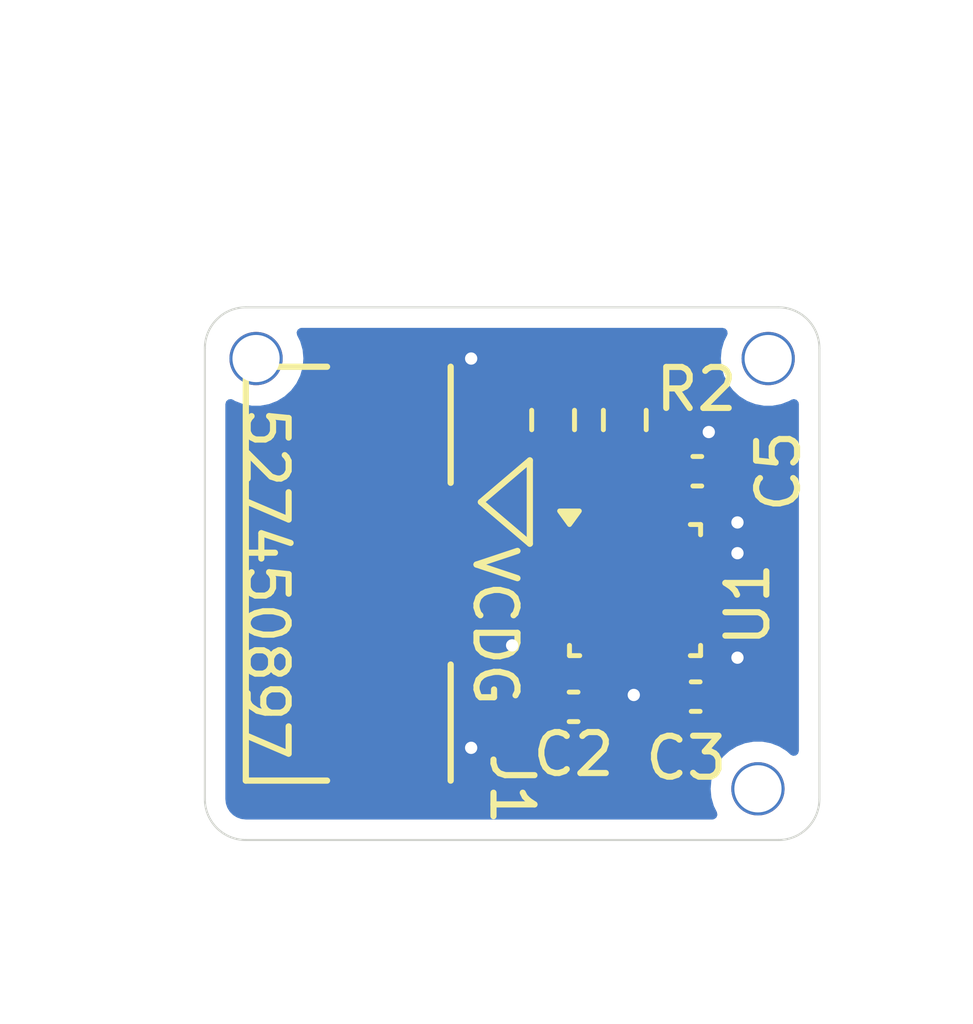
<source format=kicad_pcb>
(kicad_pcb (version 20240108) (generator "pcbnew") (generator_version "8.0")
  (layers (0 "F.Cu" jumper) (31 "B.Cu" power) (34 "B.Paste" user) (35 "F.Paste" user) (36 "B.SilkS" user "B.Silkscreen") (37 "F.SilkS" user "F.Silkscreen") (38 "B.Mask" user) (39 "F.Mask" user) (44 "Edge.Cuts" user))
  (net 0 "")
  (net 1 "+1V8")
  (net 2 "GND")
  (net 4 "Net-(U1-REGOUT)")
  (net 19 "Net-(U1-SCL{slash}SCLK)")
  (net 20 "Net-(U1-SDA{slash}SDI)")
  (footprint "external_footprints:tooling_hole" (layer "F.Cu") (at 102.25 90.25)
    (property "Reference" "REF**" (hide yes))
    (property "Value" "tooling_hole")
    (pad "" np_thru_hole circle (at 0 0) (size 1.3 1.3) (drill 1.152) (layers "F&B.Cu" "*.Mask"))
  )
  (footprint "external_footprints:CON_527450897_MOL" (layer "F.Cu") (at 104.5 95.5 -90)
    (property "Reference" "J1" (at 5.25 -4 -90) (layer "F.SilkS"))
    (property "Value" "527450897")
    (fp_poly (pts (xy -4.3 -2) (xy -5.4 -2) (xy -5.4 0.2) (xy -4.3 0.2)) (fill solid) (layer "F.Cu"))
    (fp_poly (pts (xy 4.3 -2) (xy 5.4 -2) (xy 5.4 0.2) (xy 4.3 0.2)) (fill solid) (layer "F.Cu"))
    (fp_line (start -5.04999 2.5) (end 5.04999 2.5) (stroke (width 0.1524)) (layer "F.SilkS"))
    (fp_line (start 5.04999 2.5) (end 5.04999 0.5175) (stroke (width 0.1524)) (layer "F.SilkS"))
    (fp_line (start -5.04999 0.5175) (end -5.04999 2.5) (stroke (width 0.1524)) (layer "F.SilkS"))
    (fp_line (start -2.217496 -2.5) (end -5.04999 -2.5) (stroke (width 0.1524)) (layer "F.SilkS"))
    (fp_line (start 5.04999 -2.5) (end 2.217504 -2.5) (stroke (width 0.1524)) (layer "F.SilkS"))
    (fp_line (start -2.76399 -4.432) (end -1.74799 -3.2382) (stroke (width 0.1524)) (layer "F.SilkS"))
    (fp_line (start -2.76399 -4.432) (end -0.73199 -4.432) (stroke (width 0.1524)) (layer "F.SilkS"))
    (fp_line (start -0.73199 -4.432) (end -1.74799 -3.2382) (stroke (width 0.1524)) (layer "F.SilkS"))
    (fp_text user "527450897" (at 0.25 2 -90) (layer "F.SilkS"))
    (pad "1" smd rect (at -1.749996 -2.4 270) (size 0.3 0.8) (layers "F.Cu" "F.Paste" "F.Mask") (net 1 "+1V8"))
    (pad "2" smd rect (at -1.249997 -2.4 270) (size 0.3 0.8) (layers "F.Cu" "F.Paste" "F.Mask") (net 1 "+1V8"))
    (pad "3" smd rect (at -0.749996 -2.4 270) (size 0.3 0.8) (layers "F.Cu" "F.Paste" "F.Mask") (net 19 "Net-(U1-SCL{slash}SCLK)"))
    (pad "4" smd rect (at -0.249997 -2.4 270) (size 0.3 0.8) (layers "F.Cu" "F.Paste" "F.Mask") (net 19 "Net-(U1-SCL{slash}SCLK)"))
    (pad "5" smd rect (at 0.250005 -2.4 270) (size 0.3 0.8) (layers "F.Cu" "F.Paste" "F.Mask") (net 20 "Net-(U1-SDA{slash}SDI)"))
    (pad "6" smd rect (at 0.750004 -2.4 270) (size 0.3 0.8) (layers "F.Cu" "F.Paste" "F.Mask") (net 20 "Net-(U1-SDA{slash}SDI)"))
    (pad "7" smd rect (at 1.250003 -2.4 270) (size 0.3 0.8) (layers "F.Cu" "F.Paste" "F.Mask") (net 2 "GND"))
    (pad "8" smd rect (at 1.750004 -2.4 270) (size 0.3 0.8) (layers "F.Cu" "F.Paste" "F.Mask") (net 2 "GND"))
    (pad "P1" smd rect (at -3.649997 -0.475 270) (size 1.3 3.049999) (layers "F.Cu" "F.Paste" "F.Mask") (net 2 "GND"))
    (pad "P2" smd rect (at 3.649997 -0.475 270) (size 1.3 3.049999) (layers "F.Cu" "F.Paste" "F.Mask") (net 2 "GND"))
  )
  (footprint "external_footprints:tooling_hole" (layer "F.Cu") (at 114.75 90.25)
    (property "Reference" "REF**" (hide yes))
    (property "Value" "tooling_hole")
    (pad "" np_thru_hole circle (at 0 0) (size 1.3 1.3) (drill 1.152) (layers "F&B.Cu" "*.Mask"))
  )
  (footprint "external_footprints:tooling_hole" (layer "F.Cu") (at 114.5 100.75)
    (property "Reference" "REF**" (hide yes))
    (property "Value" "tooling_hole")
    (pad "" np_thru_hole circle (at 0 0) (size 1.3 1.3) (drill 1.152) (layers "F&B.Cu" "*.Mask"))
  )
  (footprint "Capacitor_SMD:C_0402_1005Metric" (layer "F.Cu") (at 110 98.75 180)
    (property "Reference" "C2" (at 0 -1.16 0) (layer "F.SilkS"))
    (property "Value" "0.1u")
    (fp_line (start -0.107836 0.36) (end 0.107836 0.36) (stroke (width 0.12)) (layer "F.SilkS"))
    (fp_line (start -0.107836 -0.36) (end 0.107836 -0.36) (stroke (width 0.12)) (layer "F.SilkS"))
    (pad "1" smd roundrect (at -0.48 0 180) (size 0.56 0.62) (layers "F.Cu" "F.Paste" "F.Mask") (net 2 "GND"))
    (pad "2" smd roundrect (at 0.48 0 180) (size 0.56 0.62) (layers "F.Cu" "F.Paste" "F.Mask") (net 1 "+1V8"))
  )
  (footprint "Capacitor_SMD:C_0402_1005Metric" (layer "F.Cu") (at 113.02 93 180)
    (property "Reference" "C5" (at -1.98 0 -90) (layer "F.SilkS"))
    (property "Value" "0.1u")
    (fp_line (start -0.107836 0.36) (end 0.107836 0.36) (stroke (width 0.12)) (layer "F.SilkS"))
    (fp_line (start -0.107836 -0.36) (end 0.107836 -0.36) (stroke (width 0.12)) (layer "F.SilkS"))
    (pad "1" smd roundrect (at -0.48 0 180) (size 0.56 0.62) (layers "F.Cu" "F.Paste" "F.Mask") (net 2 "GND"))
    (pad "2" smd roundrect (at 0.48 0 180) (size 0.56 0.62) (layers "F.Cu" "F.Paste" "F.Mask") (net 1 "+1V8"))
  )
  (footprint "Capacitor_SMD:C_0402_1005Metric" (layer "F.Cu") (at 112.98 98.5 180)
    (property "Reference" "C3" (at 0.23 -1.5 0) (layer "F.SilkS"))
    (property "Value" "0.1u")
    (fp_line (start -0.107836 0.36) (end 0.107836 0.36) (stroke (width 0.12)) (layer "F.SilkS"))
    (fp_line (start -0.107836 -0.36) (end 0.107836 -0.36) (stroke (width 0.12)) (layer "F.SilkS"))
    (pad "1" smd roundrect (at -0.48 0 180) (size 0.56 0.62) (layers "F.Cu" "F.Paste" "F.Mask") (net 2 "GND"))
    (pad "2" smd roundrect (at 0.48 0 180) (size 0.56 0.62) (layers "F.Cu" "F.Paste" "F.Mask") (net 4 "Net-(U1-REGOUT)"))
  )
  (footprint "Resistor_SMD:R_0603_1608Metric" (layer "F.Cu") (at 111.25 91.75 90)
    (property "Reference" "R2" (at 0.75 1.75 0) (layer "F.SilkS"))
    (property "Value" "4.7k")
    (fp_line (start -0.237258 -0.5225) (end 0.237258 -0.5225) (stroke (width 0.12)) (layer "F.SilkS"))
    (fp_line (start -0.237258 0.5225) (end 0.237258 0.5225) (stroke (width 0.12)) (layer "F.SilkS"))
    (pad "1" smd roundrect (at -0.825 0 90) (size 0.8 0.95) (layers "F.Cu" "F.Paste" "F.Mask") (net 19 "Net-(U1-SCL{slash}SCLK)"))
    (pad "2" smd roundrect (at 0.825 0 90) (size 0.8 0.95) (layers "F.Cu" "F.Paste" "F.Mask") (net 1 "+1V8"))
  )
  (footprint "Resistor_SMD:R_0603_1608Metric" (layer "F.Cu") (at 109.5 91.75 90)
    (property "Reference" "R1" (hide yes))
    (property "Value" "4.7k")
    (fp_line (start -0.237258 -0.5225) (end 0.237258 -0.5225) (stroke (width 0.12)) (layer "F.SilkS"))
    (fp_line (start -0.237258 0.5225) (end 0.237258 0.5225) (stroke (width 0.12)) (layer "F.SilkS"))
    (pad "1" smd roundrect (at -0.825 0 90) (size 0.8 0.95) (layers "F.Cu" "F.Paste" "F.Mask") (net 20 "Net-(U1-SDA{slash}SDI)"))
    (pad "2" smd roundrect (at 0.825 0 90) (size 0.8 0.95) (layers "F.Cu" "F.Paste" "F.Mask") (net 1 "+1V8"))
  )
  (footprint "Sensor_Motion:InvenSense_QFN-24_3x3mm_P0.4mm" (layer "F.Cu") (at 111.5 95.9)
    (property "Reference" "U1" (at 2.75 0.35 -90) (layer "F.SilkS"))
    (property "Value" "ICM-20948")
    (fp_line (start -1.6 1.6) (end -1.6 1.35) (stroke (width 0.12)) (layer "F.SilkS"))
    (fp_line (start -1.6 1.6) (end -1.35 1.6) (stroke (width 0.12)) (layer "F.SilkS"))
    (fp_line (start 1.6 -1.6) (end 1.35 -1.6) (stroke (width 0.12)) (layer "F.SilkS"))
    (fp_line (start 1.6 -1.6) (end 1.6 -1.35) (stroke (width 0.12)) (layer "F.SilkS"))
    (fp_line (start 1.6 1.6) (end 1.35 1.6) (stroke (width 0.12)) (layer "F.SilkS"))
    (fp_line (start 1.6 1.6) (end 1.6 1.35) (stroke (width 0.12)) (layer "F.SilkS"))
    (fp_poly (pts (xy -1.6 -1.6) (xy -1.84 -1.93) (xy -1.36 -1.93) (xy -1.6 -1.6)) (stroke (width 0.12)) (fill solid) (layer "F.SilkS"))
    (pad "1" smd roundrect (at -1.5 -1) (size 0.55 0.2) (layers "F.Cu" "F.Paste" "F.Mask"))
    (pad "2" smd roundrect (at -1.5 -0.6) (size 0.55 0.2) (layers "F.Cu" "F.Paste" "F.Mask"))
    (pad "3" smd roundrect (at -1.5 -0.2) (size 0.55 0.2) (layers "F.Cu" "F.Paste" "F.Mask"))
    (pad "4" smd roundrect (at -1.5 0.2) (size 0.55 0.2) (layers "F.Cu" "F.Paste" "F.Mask"))
    (pad "5" smd roundrect (at -1.5 0.6) (size 0.55 0.2) (layers "F.Cu" "F.Paste" "F.Mask"))
    (pad "6" smd roundrect (at -1.5 1) (size 0.55 0.2) (layers "F.Cu" "F.Paste" "F.Mask"))
    (pad "7" smd roundrect (at -1 1.5 90) (size 0.55 0.2) (layers "F.Cu" "F.Paste" "F.Mask"))
    (pad "8" smd roundrect (at -0.6 1.5 90) (size 0.55 0.2) (layers "F.Cu" "F.Paste" "F.Mask") (net 1 "+1V8"))
    (pad "9" smd roundrect (at -0.2 1.5 90) (size 0.55 0.2) (layers "F.Cu" "F.Paste" "F.Mask") (net 2 "GND"))
    (pad "10" smd roundrect (at 0.2 1.5 90) (size 0.55 0.2) (layers "F.Cu" "F.Paste" "F.Mask") (net 4 "Net-(U1-REGOUT)"))
    (pad "11" smd roundrect (at 0.6 1.5 90) (size 0.55 0.2) (layers "F.Cu" "F.Paste" "F.Mask"))
    (pad "12" smd roundrect (at 1 1.5 90) (size 0.55 0.2) (layers "F.Cu" "F.Paste" "F.Mask"))
    (pad "13" smd roundrect (at 1.5 1) (size 0.55 0.2) (layers "F.Cu" "F.Paste" "F.Mask") (net 1 "+1V8"))
    (pad "14" smd roundrect (at 1.5 0.6) (size 0.55 0.2) (layers "F.Cu" "F.Paste" "F.Mask"))
    (pad "15" smd roundrect (at 1.5 0.2) (size 0.55 0.2) (layers "F.Cu" "F.Paste" "F.Mask"))
    (pad "16" smd roundrect (at 1.5 -0.2) (size 0.55 0.2) (layers "F.Cu" "F.Paste" "F.Mask"))
    (pad "17" smd roundrect (at 1.5 -0.6) (size 0.55 0.2) (layers "F.Cu" "F.Paste" "F.Mask"))
    (pad "18" smd roundrect (at 1.5 -1) (size 0.55 0.2) (layers "F.Cu" "F.Paste" "F.Mask") (net 2 "GND"))
    (pad "19" smd roundrect (at 1 -1.5 90) (size 0.55 0.2) (layers "F.Cu" "F.Paste" "F.Mask"))
    (pad "20" smd roundrect (at 0.6 -1.5 90) (size 0.55 0.2) (layers "F.Cu" "F.Paste" "F.Mask") (net 2 "GND"))
    (pad "21" smd roundrect (at 0.2 -1.5 90) (size 0.55 0.2) (layers "F.Cu" "F.Paste" "F.Mask"))
    (pad "22" smd roundrect (at -0.2 -1.5 90) (size 0.55 0.2) (layers "F.Cu" "F.Paste" "F.Mask") (net 1 "+1V8"))
    (pad "23" smd roundrect (at -0.6 -1.5 90) (size 0.55 0.2) (layers "F.Cu" "F.Paste" "F.Mask") (net 19 "Net-(U1-SCL{slash}SCLK)"))
    (pad "24" smd roundrect (at -1 -1.5 90) (size 0.55 0.2) (layers "F.Cu" "F.Paste" "F.Mask") (net 20 "Net-(U1-SDA{slash}SDI)"))
  )
  (gr_arc (start 101 90) (mid 101.292893 89.292893) (end 102 89) (stroke (width 0.05)) (layer "Edge.Cuts"))
  (gr_line (start 116 101) (end 116 90) (stroke (width 0.05)) (layer "Edge.Cuts"))
  (gr_line (start 102 102) (end 115 102) (stroke (width 0.05)) (layer "Edge.Cuts"))
  (gr_line (start 101 90) (end 101 101) (stroke (width 0.05)) (layer "Edge.Cuts"))
  (gr_arc (start 102 102) (mid 101.292893 101.707107) (end 101 101) (stroke (width 0.05)) (layer "Edge.Cuts"))
  (gr_arc (start 116 101) (mid 115.707107 101.707107) (end 115 102) (stroke (width 0.05)) (layer "Edge.Cuts"))
  (gr_line (start 115 89) (end 102 89) (stroke (width 0.05)) (layer "Edge.Cuts"))
  (gr_arc (start 115 89) (mid 115.707107 89.292893) (end 116 90) (stroke (width 0.05)) (layer "Edge.Cuts"))
  (gr_text "VCDG" (at 107.5 94.75 -90) (layer "F.SilkS") (effects (font (size 1 1)) (justify left bottom)))
  (segment (start 111.5 90.925) (end 112.5 91.925) (width 0.5) (layer "F.Cu") (net 1))
  (segment (start 106.9 93.750004) (end 106.9 92.85) (width 0.5) (layer "F.Cu") (net 1))
  (segment (start 109.52 98.5) (end 109.52 98.688266) (width 0.5) (layer "F.Cu") (net 1))
  (segment (start 106.9 93.750004) (end 106.249996 93.750004) (width 0.5) (layer "F.Cu") (net 1))
  (segment (start 111.975 93.275) (end 111.987648 93.275) (width 0.2) (layer "F.Cu") (net 1))
  (segment (start 111.3 94.4) (end 111.3 93.95) (width 0.2) (layer "F.Cu") (net 1))
  (segment (start 111.3 93.95) (end 111.975 93.275) (width 0.2) (layer "F.Cu") (net 1))
  (segment (start 105.751476 97.850004) (end 106.510051 97.850004) (width 0.5) (layer "F.Cu") (net 1))
  (segment (start 106.9 93.750004) (end 106.9 94.150004) (width 0.5) (layer "F.Cu") (net 1))
  (segment (start 105.25 94.75) (end 105.25 97.348528) (width 0.5) (layer "F.Cu") (net 1))
  (segment (start 109.36 98.14) (end 109.26 98.24) (width 0.2) (layer "F.Cu") (net 1))
  (segment (start 108.825 90.925) (end 109.5 90.925) (width 0.5) (layer "F.Cu") (net 1))
  (segment (start 106.9 92.85) (end 108.825 90.925) (width 0.5) (layer "F.Cu") (net 1))
  (segment (start 106.249996 93.750004) (end 105.25 94.75) (width 0.5) (layer "F.Cu") (net 1))
  (segment (start 110.13 99.36) (end 109.52 98.75) (width 0.2) (layer "F.Cu") (net 1))
  (segment (start 114.65 98.298067) (end 113.838067 99.11) (width 0.2) (layer "F.Cu") (net 1))
  (segment (start 111.987648 93.275) (end 112.5 92.762648) (width 0.2) (layer "F.Cu") (net 1))
  (segment (start 112.5 92.762648) (end 112.5 92.75) (width 0.2) (layer "F.Cu") (net 1))
  (segment (start 113.838067 99.11) (end 111.25 99.11) (width 0.2) (layer "F.Cu") (net 1))
  (segment (start 112.5 91.925) (end 112.5 92.75) (width 0.5) (layer "F.Cu") (net 1))
  (segment (start 113 96.9) (end 114.269239 96.9) (width 0.2) (layer "F.Cu") (net 1))
  (segment (start 110.9 97.77136) (end 110.53136 98.14) (width 0.2) (layer "F.Cu") (net 1))
  (segment (start 110.9 97.4) (end 110.9 97.77136) (width 0.2) (layer "F.Cu") (net 1))
  (segment (start 111 99.36) (end 110.13 99.36) (width 0.2) (layer "F.Cu") (net 1))
  (segment (start 105.25 97.348528) (end 105.751476 97.850004) (width 0.5) (layer "F.Cu") (net 1))
  (segment (start 106.510051 97.850004) (end 106.900047 98.24) (width 0.5) (layer "F.Cu") (net 1))
  (segment (start 111.25 99.11) (end 111 99.36) (width 0.2) (layer "F.Cu") (net 1))
  (segment (start 110.53136 98.14) (end 109.36 98.14) (width 0.2) (layer "F.Cu") (net 1))
  (segment (start 109.26 98.24) (end 109.52 98.5) (width 0.5) (layer "F.Cu") (net 1))
  (segment (start 114.269239 96.9) (end 114.65 97.280761) (width 0.2) (layer "F.Cu") (net 1))
  (segment (start 106.900047 98.24) (end 109.26 98.24) (width 0.5) (layer "F.Cu") (net 1))
  (segment (start 114.65 97.280761) (end 114.65 98.298067) (width 0.2) (layer "F.Cu") (net 1))
  (segment (start 109.5 90.925) (end 111.5 90.925) (width 0.5) (layer "F.Cu") (net 1))
  (segment (start 107.5 90.836396) (end 107.5 90.25) (width 0.5) (layer "F.Cu") (net 2))
  (segment (start 113.46 98.5) (end 113.46 98.09) (width 0.5) (layer "F.Cu") (net 2))
  (segment (start 112.1 94.4) (end 112.1 94.02864) (width 0.2) (layer "F.Cu") (net 2))
  (segment (start 113.9 94.9) (end 114 95) (width 0.2) (layer "F.Cu") (net 2))
  (segment (start 113.25 94.25) (end 114 94.25) (width 0.2) (layer "F.Cu") (net 2))
  (segment (start 111.429402 98.5) (end 111.469402 98.46) (width 0.5) (layer "F.Cu") (net 2))
  (segment (start 113.5 93) (end 113.5 92.243672) (width 0.5) (layer "F.Cu") (net 2))
  (segment (start 111.049999 98.46) (end 111.469402 98.46) (width 0.2) (layer "F.Cu") (net 2))
  (segment (start 111.3 98.290598) (end 111.469402 98.46) (width 0.2) (layer "F.Cu") (net 2))
  (segment (start 112.37864 93.75) (end 112.75 93.75) (width 0.2) (layer "F.Cu") (net 2))
  (segment (start 104.975 91.850003) (end 106.486393 91.850003) (width 0.5) (layer "F.Cu") (net 2))
  (segment (start 111.3 97.4) (end 111.3 98.290598) (width 0.2) (layer "F.Cu") (net 2))
  (segment (start 104.975 99.149997) (end 106.899997 99.149997) (width 0.5) (layer "F.Cu") (net 2))
  (segment (start 108.5 97.25) (end 108.100004 96.850004) (width 0.5) (layer "F.Cu") (net 2))
  (segment (start 113.46 98.09) (end 114 97.55) (width 0.5) (layer "F.Cu") (net 2))
  (segment (start 110.48 98.75) (end 110.759999 98.75) (width 0.2) (layer "F.Cu") (net 2))
  (segment (start 113.5 92.243672) (end 113.3 92.043672) (width 0.5) (layer "F.Cu") (net 2))
  (segment (start 110.759999 98.75) (end 111.049999 98.46) (width 0.2) (layer "F.Cu") (net 2))
  (segment (start 107.35 97.250004) (end 107.75 96.850004) (width 0.3) (layer "F.Cu") (net 2))
  (segment (start 106.486393 91.850003) (end 107.5 90.836396) (width 0.5) (layer "F.Cu") (net 2))
  (segment (start 112.1 94.02864) (end 112.37864 93.75) (width 0.2) (layer "F.Cu") (net 2))
  (segment (start 113 94.9) (end 113.9 94.9) (width 0.2) (layer "F.Cu") (net 2))
  (segment (start 106.9 97.250004) (end 106.9 96.750003) (width 0.3) (layer "F.Cu") (net 2))
  (segment (start 106.9 97.250004) (end 107.35 97.250004) (width 0.3) (layer "F.Cu") (net 2))
  (segment (start 112.75 93.75) (end 113.25 94.25) (width 0.2) (layer "F.Cu") (net 2))
  (segment (start 107.75 96.850004) (end 106.9 96.850004) (width 0.5) (layer "F.Cu") (net 2))
  (segment (start 106.899997 99.149997) (end 107.5 99.75) (width 0.5) (layer "F.Cu") (net 2))
  (segment (start 108.100004 96.850004) (end 107.75 96.850004) (width 0.5) (layer "F.Cu") (net 2))
  (via (at 108.5 97.25) (size 0.7) (drill 0.3) (layers "F.Cu" "B.Cu") (net 2))
  (via (at 111.469402 98.46) (size 0.7) (drill 0.3) (layers "F.Cu" "B.Cu") (net 2))
  (via (at 107.5 99.75) (size 0.7) (drill 0.3) (layers "F.Cu" "B.Cu") (net 2))
  (via (at 114 95) (size 0.7) (drill 0.3) (layers "F.Cu" "B.Cu") (net 2))
  (via (at 113.3 92.043672) (size 0.7) (drill 0.3) (layers "F.Cu" "B.Cu") (net 2))
  (via (at 107.5 90.25) (size 0.7) (drill 0.3) (layers "F.Cu" "B.Cu") (net 2))
  (via (at 114 94.25) (size 0.7) (drill 0.3) (layers "F.Cu" "B.Cu") (net 2))
  (via (at 114 97.55) (size 0.7) (drill 0.3) (layers "F.Cu" "B.Cu") (net 2))
  (segment (start 111.7 97.4) (end 111.7 97.77136) (width 0.2) (layer "F.Cu") (net 4))
  (segment (start 112.42864 98.5) (end 112.5 98.5) (width 0.2) (layer "F.Cu") (net 4))
  (segment (start 111.7 97.77136) (end 112.42864 98.5) (width 0.2) (layer "F.Cu") (net 4))
  (segment (start 108 92.75) (end 109 91.75) (width 0.3) (layer "F.Cu") (net 19))
  (segment (start 107.400003 95) (end 108 94.400003) (width 0.3) (layer "F.Cu") (net 19))
  (segment (start 110.9 94.4) (end 110.9 93.175) (width 0.2) (layer "F.Cu") (net 19))
  (segment (start 106.9 95) (end 107.400003 95) (width 0.3) (layer "F.Cu") (net 19))
  (segment (start 110.675 91.75) (end 111.5 92.575) (width 0.3) (layer "F.Cu") (net 19))
  (segment (start 109 91.75) (end 110.675 91.75) (width 0.3) (layer "F.Cu") (net 19))
  (segment (start 108 94.400003) (end 108 92.75) (width 0.3) (layer "F.Cu") (net 19))
  (segment (start 110.9 93.175) (end 111.5 92.575) (width 0.2) (layer "F.Cu") (net 19))
  (segment (start 106.9 94.750004) (end 106.9 95) (width 0.3) (layer "F.Cu") (net 19))
  (segment (start 106.9 95) (end 106.9 95.250003) (width 0.3) (layer "F.Cu") (net 19))
  (segment (start 108.948748 92.575) (end 109.5 92.575) (width 0.3) (layer "F.Cu") (net 20))
  (segment (start 106.9 95.750005) (end 107.649998 95.750005) (width 0.3) (layer "F.Cu") (net 20))
  (segment (start 109.5 92.575) (end 109.425 92.575) (width 0.2) (layer "F.Cu") (net 20))
  (segment (start 110.5 93.575) (end 109.5 92.575) (width 0.2) (layer "F.Cu") (net 20))
  (segment (start 107.649998 95.750005) (end 108.511874 94.888129) (width 0.3) (layer "F.Cu") (net 20))
  (segment (start 110.5 94.4) (end 110.5 93.575) (width 0.2) (layer "F.Cu") (net 20))
  (segment (start 108.511874 93.011874) (end 108.948748 92.575) (width 0.3) (layer "F.Cu") (net 20))
  (segment (start 108.511874 94.888129) (end 108.511874 93.011874) (width 0.3) (layer "F.Cu") (net 20))
  (segment (start 106.9 95.750005) (end 106.9 96) (width 0.3) (layer "F.Cu") (net 20))
  (segment (start 106.9 96) (end 106.9 96.250004) (width 0.3) (layer "F.Cu") (net 20))
  (zone (net 2) (net_name "GND") (layer "B.Cu") (connect_pads (clearance 0.5)) (min_thickness 0.25) (fill yes (thermal_gap 0.5) (thermal_bridge_width 0.5))
    (polygon (pts (xy 117.5 104.75) (xy 97 106.5) (xy 96 82.25) (xy 119.75 81.5) (xy 118.25 105)))
  )
)
</source>
